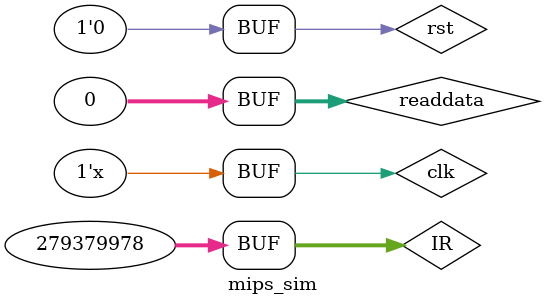
<source format=v>
`timescale 1ns / 1ps

module mips_sim();
    reg clk=1,rst=0;
    reg[31:0] IR=0;
    wire[31:0] pc_out;
    wire memwrite;
    wire[31:0] aluout,writedata;
    reg[31:0] readdata=0;
    mips gate(clk,rst,IR,pc_out,memwrite,aluout,writedata,readdata);
    always #10 clk=~clk;
//    always #19 begin IR[15:0]={$random}%65536;IR[31:16]={$random}%65536;end
//    always #19 begin readdata[15:0]={$random}%65536;readdata[31:16]={$random}%65536;end
    initial begin
        #20 IR=32'h20020005;
        #20 IR=32'h2003000c;
        #20 IR=32'h2067fff7;
        #20 IR=32'h00e22025;
        #20 IR=32'h00642824;
        #20 IR=32'h00a42820;
        #20 IR=32'h10a7000a;
    end

endmodule

</source>
